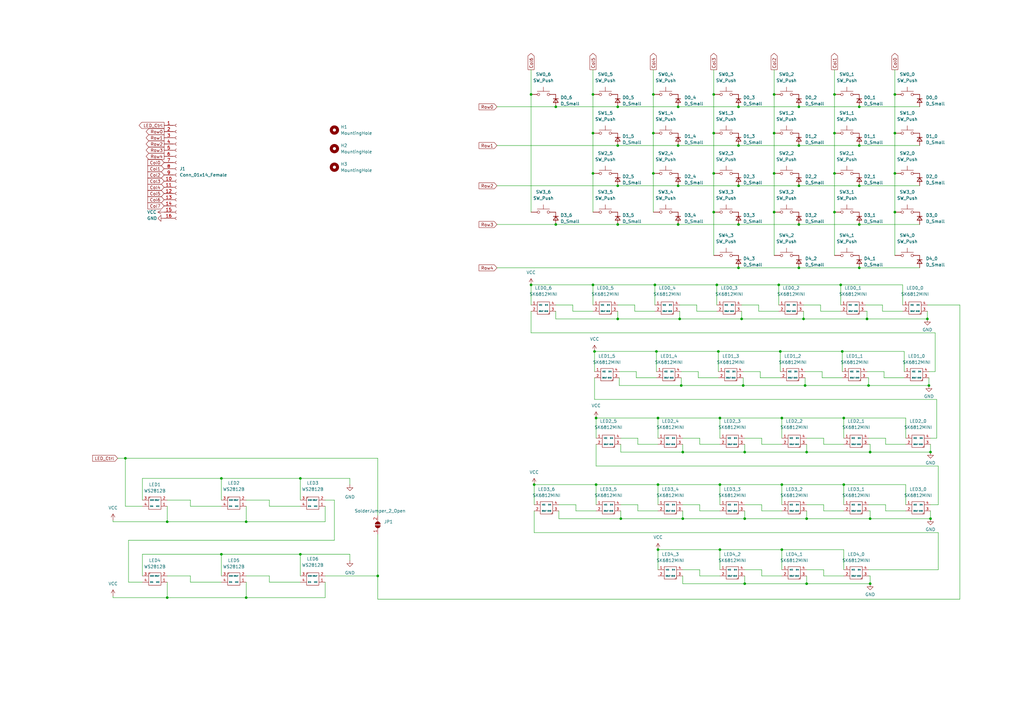
<source format=kicad_sch>
(kicad_sch (version 20231120) (generator "eeschema") (generator_version "8.0")
  (paper "A3")
  (junction (at 304.8 158.115))
  (junction (at 227.965 43.815))
  (junction (at 352.425 92.075))
  (junction (at 356.87 212.725))
  (junction (at 346.075 198.755))
  (junction (at 367.03 86.995))
  (junction (at 100.965 213.995))
  (junction (at 278.765 130.81))
  (junction (at 278.13 76.2))
  (junction (at 295.275 225.425))
  (junction (at 381.635 185.42))
  (junction (at 317.5 54.61))
  (junction (at 253.365 92.075))
  (junction (at 269.875 198.755))
  (junction (at 381 158.115))
  (junction (at 219.075 198.755))
  (junction (at 327.66 76.2))
  (junction (at 342.265 54.61))
  (junction (at 352.425 59.69))
  (junction (at 346.075 171.45))
  (junction (at 292.735 38.735))
  (junction (at 90.805 196.215))
  (junction (at 327.66 43.815))
  (junction (at 253.365 43.815))
  (junction (at 100.965 245.11))
  (junction (at 356.87 239.395))
  (junction (at 278.13 92.075))
  (junction (at 217.805 116.84))
  (junction (at 330.835 212.725))
  (junction (at 342.265 71.12))
  (junction (at 356.235 158.115))
  (junction (at 319.405 116.84))
  (junction (at 123.19 227.33))
  (junction (at 154.94 236.22))
  (junction (at 90.805 227.33))
  (junction (at 342.265 86.995))
  (junction (at 268.605 116.84))
  (junction (at 294.005 116.84))
  (junction (at 381.635 212.725))
  (junction (at 267.97 38.735))
  (junction (at 320.04 144.145))
  (junction (at 355.6 130.81))
  (junction (at 279.4 158.115))
  (junction (at 342.265 38.735))
  (junction (at 295.275 198.755))
  (junction (at 227.965 92.075))
  (junction (at 327.66 59.69))
  (junction (at 345.44 144.145))
  (junction (at 302.895 59.69))
  (junction (at 327.66 92.075))
  (junction (at 278.13 59.69))
  (junction (at 329.565 130.81))
  (junction (at 367.03 54.61))
  (junction (at 320.675 198.755))
  (junction (at 267.97 71.12))
  (junction (at 327.66 109.855))
  (junction (at 51.435 187.96))
  (junction (at 330.835 239.395))
  (junction (at 330.835 185.42))
  (junction (at 243.205 38.735))
  (junction (at 243.205 71.12))
  (junction (at 302.895 43.815))
  (junction (at 253.365 76.2))
  (junction (at 302.895 109.855))
  (junction (at 367.03 71.12))
  (junction (at 243.205 54.61))
  (junction (at 305.435 212.725))
  (junction (at 317.5 86.995))
  (junction (at 356.87 185.42))
  (junction (at 304.165 130.81))
  (junction (at 244.475 171.45))
  (junction (at 317.5 38.735))
  (junction (at 292.735 86.995))
  (junction (at 302.895 76.2))
  (junction (at 305.435 185.42))
  (junction (at 317.5 71.12))
  (junction (at 352.425 76.2))
  (junction (at 295.275 171.45))
  (junction (at 68.58 245.11))
  (junction (at 269.875 171.45))
  (junction (at 254.635 212.725))
  (junction (at 305.435 239.395))
  (junction (at 292.735 54.61))
  (junction (at 123.19 196.215))
  (junction (at 352.425 43.815))
  (junction (at 243.84 144.145))
  (junction (at 267.97 54.61))
  (junction (at 320.675 225.425))
  (junction (at 280.035 185.42))
  (junction (at 217.805 38.735))
  (junction (at 280.035 212.725))
  (junction (at 292.735 71.12))
  (junction (at 344.805 116.84))
  (junction (at 244.475 198.755))
  (junction (at 367.03 38.735))
  (junction (at 269.875 225.425))
  (junction (at 243.205 116.84))
  (junction (at 294.64 144.145))
  (junction (at 380.365 130.81))
  (junction (at 330.2 158.115))
  (junction (at 269.24 144.145))
  (junction (at 320.675 171.45))
  (junction (at 302.895 92.075))
  (junction (at 253.365 59.69))
  (junction (at 253.365 130.81))
  (junction (at 68.58 213.995))
  (junction (at 278.13 43.815))
  (junction (at 352.425 109.855))
  (wire (pts (xy 46.355 244.475) (xy 46.355 245.11)))
  (wire (pts (xy 352.425 92.075) (xy 377.19 92.075)))
  (wire (pts (xy 90.805 227.33) (xy 90.805 236.22)))
  (wire (pts (xy 244.475 191.135) (xy 384.81 191.135)))
  (wire (pts (xy 217.805 116.84) (xy 243.205 116.84)))
  (wire (pts (xy 356.87 236.22) (xy 356.87 239.395)))
  (wire (pts (xy 317.5 54.61) (xy 317.5 71.12)))
  (wire (pts (xy 381.635 209.55) (xy 381.635 212.725)))
  (wire (pts (xy 278.13 59.69) (xy 302.895 59.69)))
  (wire (pts (xy 267.97 28.575) (xy 267.97 38.735)))
  (wire (pts (xy 227.965 127.635) (xy 227.965 130.81)))
  (wire (pts (xy 320.04 154.94) (xy 311.785 154.94)))
  (wire (pts (xy 363.22 209.55) (xy 363.22 207.01)))
  (wire (pts (xy 217.805 28.575) (xy 217.805 38.735)))
  (wire (pts (xy 312.42 182.245) (xy 312.42 179.705)))
  (wire (pts (xy 312.42 209.55) (xy 312.42 207.01)))
  (wire (pts (xy 330.835 212.725) (xy 356.87 212.725)))
  (wire (pts (xy 317.5 71.12) (xy 317.5 86.995)))
  (wire (pts (xy 278.13 92.075) (xy 302.895 92.075)))
  (wire (pts (xy 356.235 182.245) (xy 356.87 182.245)))
  (wire (pts (xy 143.51 227.33) (xy 143.51 229.87)))
  (wire (pts (xy 203.835 43.815) (xy 227.965 43.815)))
  (wire (pts (xy 280.035 236.22) (xy 280.035 239.395)))
  (wire (pts (xy 346.075 198.755) (xy 346.075 207.01)))
  (wire (pts (xy 269.875 171.45) (xy 295.275 171.45)))
  (wire (pts (xy 356.87 209.55) (xy 356.87 212.725)))
  (wire (pts (xy 346.075 209.55) (xy 337.82 209.55)))
  (wire (pts (xy 269.875 209.55) (xy 261.62 209.55)))
  (wire (pts (xy 68.58 238.76) (xy 68.58 245.11)))
  (wire (pts (xy 344.805 116.84) (xy 344.805 125.095)))
  (wire (pts (xy 363.22 207.01) (xy 356.235 207.01)))
  (wire (pts (xy 286.385 152.4) (xy 279.4 152.4)))
  (wire (pts (xy 295.275 198.755) (xy 320.675 198.755)))
  (wire (pts (xy 337.185 152.4) (xy 330.2 152.4)))
  (wire (pts (xy 295.275 225.425) (xy 295.275 233.68)))
  (wire (pts (xy 123.19 196.215) (xy 143.51 196.215)))
  (wire (pts (xy 346.075 182.245) (xy 337.82 182.245)))
  (wire (pts (xy 52.705 221.615) (xy 137.16 221.615)))
  (wire (pts (xy 381.635 179.705) (xy 384.175 179.705)))
  (wire (pts (xy 330.835 182.245) (xy 330.835 185.42)))
  (wire (pts (xy 363.22 179.705) (xy 356.235 179.705)))
  (wire (pts (xy 287.02 209.55) (xy 287.02 207.01)))
  (wire (pts (xy 346.075 171.45) (xy 371.475 171.45)))
  (wire (pts (xy 203.835 76.2) (xy 253.365 76.2)))
  (wire (pts (xy 46.355 213.36) (xy 46.355 213.995)))
  (wire (pts (xy 319.405 127.635) (xy 311.15 127.635)))
  (wire (pts (xy 267.97 38.735) (xy 267.97 54.61)))
  (wire (pts (xy 217.805 125.095) (xy 217.805 116.84)))
  (wire (pts (xy 305.435 212.725) (xy 330.835 212.725)))
  (wire (pts (xy 302.895 76.2) (xy 327.66 76.2)))
  (wire (pts (xy 362.585 152.4) (xy 355.6 152.4)))
  (wire (pts (xy 317.5 86.995) (xy 317.5 104.775)))
  (wire (pts (xy 100.965 238.76) (xy 100.965 245.11)))
  (wire (pts (xy 285.75 125.095) (xy 278.765 125.095)))
  (wire (pts (xy 371.475 171.45) (xy 371.475 179.705)))
  (wire (pts (xy 294.005 127.635) (xy 285.75 127.635)))
  (wire (pts (xy 295.275 225.425) (xy 320.675 225.425)))
  (wire (pts (xy 243.205 71.12) (xy 243.205 86.995)))
  (wire (pts (xy 243.84 152.4) (xy 243.84 144.145)))
  (wire (pts (xy 320.04 144.145) (xy 345.44 144.145)))
  (wire (pts (xy 342.265 86.995) (xy 342.265 104.775)))
  (wire (pts (xy 269.875 198.755) (xy 295.275 198.755)))
  (wire (pts (xy 154.94 236.22) (xy 154.94 245.745)))
  (wire (pts (xy 90.805 196.215) (xy 123.19 196.215)))
  (wire (pts (xy 280.035 209.55) (xy 280.035 212.725)))
  (wire (pts (xy 337.82 207.01) (xy 330.835 207.01)))
  (wire (pts (xy 287.02 233.68) (xy 280.035 233.68)))
  (wire (pts (xy 280.035 239.395) (xy 305.435 239.395)))
  (wire (pts (xy 267.97 71.12) (xy 267.97 86.995)))
  (wire (pts (xy 268.605 116.84) (xy 294.005 116.84)))
  (wire (pts (xy 219.075 218.44) (xy 384.81 218.44)))
  (wire (pts (xy 260.35 127.635) (xy 260.35 125.095)))
  (wire (pts (xy 352.425 59.69) (xy 377.19 59.69)))
  (wire (pts (xy 244.475 209.55) (xy 236.22 209.55)))
  (wire (pts (xy 327.66 59.69) (xy 352.425 59.69)))
  (wire (pts (xy 78.105 236.22) (xy 78.105 238.76)))
  (wire (pts (xy 355.6 130.81) (xy 380.365 130.81)))
  (wire (pts (xy 327.66 76.2) (xy 352.425 76.2)))
  (wire (pts (xy 352.425 43.815) (xy 377.19 43.815)))
  (wire (pts (xy 269.875 225.425) (xy 295.275 225.425)))
  (wire (pts (xy 320.675 225.425) (xy 346.075 225.425)))
  (wire (pts (xy 367.03 86.995) (xy 367.03 104.775)))
  (wire (pts (xy 279.4 154.94) (xy 279.4 158.115)))
  (wire (pts (xy 287.02 179.705) (xy 280.035 179.705)))
  (wire (pts (xy 110.49 205.105) (xy 110.49 207.645)))
  (wire (pts (xy 381.635 207.01) (xy 384.81 207.01)))
  (wire (pts (xy 361.95 127.635) (xy 361.95 125.095)))
  (wire (pts (xy 355.6 127.635) (xy 355.6 130.81)))
  (wire (pts (xy 278.13 43.815) (xy 302.895 43.815)))
  (wire (pts (xy 312.42 233.68) (xy 305.435 233.68)))
  (wire (pts (xy 304.165 130.81) (xy 329.565 130.81)))
  (wire (pts (xy 342.265 54.61) (xy 342.265 71.12)))
  (wire (pts (xy 123.19 227.33) (xy 143.51 227.33)))
  (wire (pts (xy 110.49 207.645) (xy 123.19 207.645)))
  (wire (pts (xy 244.475 198.755) (xy 269.875 198.755)))
  (wire (pts (xy 217.805 136.525) (xy 383.54 136.525)))
  (wire (pts (xy 384.81 207.01) (xy 384.81 191.135)))
  (wire (pts (xy 58.42 196.215) (xy 90.805 196.215)))
  (wire (pts (xy 219.075 207.01) (xy 219.075 198.755)))
  (wire (pts (xy 100.965 245.11) (xy 133.35 245.11)))
  (wire (pts (xy 380.365 125.095) (xy 393.7 125.095)))
  (wire (pts (xy 203.835 109.855) (xy 302.895 109.855)))
  (wire (pts (xy 269.24 144.145) (xy 294.64 144.145)))
  (wire (pts (xy 217.805 127.635) (xy 217.805 136.525)))
  (wire (pts (xy 243.84 163.83) (xy 384.175 163.83)))
  (wire (pts (xy 342.265 28.575) (xy 342.265 38.735)))
  (wire (pts (xy 133.35 236.22) (xy 154.94 236.22)))
  (wire (pts (xy 319.405 116.84) (xy 319.405 125.095)))
  (wire (pts (xy 295.275 209.55) (xy 287.02 209.55)))
  (wire (pts (xy 254.635 209.55) (xy 254.635 212.725)))
  (wire (pts (xy 234.95 125.095) (xy 227.965 125.095)))
  (wire (pts (xy 58.42 227.33) (xy 90.805 227.33)))
  (wire (pts (xy 268.605 127.635) (xy 260.35 127.635)))
  (wire (pts (xy 287.02 236.22) (xy 287.02 233.68)))
  (wire (pts (xy 234.95 127.635) (xy 234.95 125.095)))
  (wire (pts (xy 311.15 127.635) (xy 311.15 125.095)))
  (wire (pts (xy 78.105 205.105) (xy 78.105 207.645)))
  (wire (pts (xy 90.805 227.33) (xy 123.19 227.33)))
  (wire (pts (xy 217.805 38.735) (xy 217.805 86.995)))
  (wire (pts (xy 243.84 144.145) (xy 269.24 144.145)))
  (wire (pts (xy 294.64 144.145) (xy 294.64 152.4)))
  (wire (pts (xy 380.365 127.635) (xy 380.365 130.81)))
  (wire (pts (xy 260.985 152.4) (xy 254 152.4)))
  (wire (pts (xy 327.66 109.855) (xy 352.425 109.855)))
  (wire (pts (xy 346.075 171.45) (xy 346.075 179.705)))
  (wire (pts (xy 352.425 109.855) (xy 377.19 109.855)))
  (wire (pts (xy 243.84 154.94) (xy 243.84 163.83)))
  (wire (pts (xy 320.675 171.45) (xy 320.675 179.705)))
  (wire (pts (xy 383.54 152.4) (xy 381 152.4)))
  (wire (pts (xy 260.35 125.095) (xy 253.365 125.095)))
  (wire (pts (xy 295.275 182.245) (xy 287.02 182.245)))
  (wire (pts (xy 58.42 205.105) (xy 58.42 196.215)))
  (wire (pts (xy 52.705 238.76) (xy 58.42 238.76)))
  (wire (pts (xy 342.265 38.735) (xy 342.265 54.61)))
  (wire (pts (xy 100.965 205.105) (xy 110.49 205.105)))
  (wire (pts (xy 154.94 211.455) (xy 154.94 187.96)))
  (wire (pts (xy 393.7 125.095) (xy 393.7 245.745)))
  (wire (pts (xy 253.365 43.815) (xy 278.13 43.815)))
  (wire (pts (xy 294.64 144.145) (xy 320.04 144.145)))
  (wire (pts (xy 244.475 171.45) (xy 269.875 171.45)))
  (wire (pts (xy 304.8 154.94) (xy 304.8 158.115)))
  (wire (pts (xy 327.66 92.075) (xy 352.425 92.075)))
  (wire (pts (xy 292.735 71.12) (xy 292.735 86.995)))
  (wire (pts (xy 337.82 182.245) (xy 337.82 179.705)))
  (wire (pts (xy 367.03 38.735) (xy 367.03 54.61)))
  (wire (pts (xy 229.235 212.725) (xy 254.635 212.725)))
  (wire (pts (xy 330.2 158.115) (xy 356.235 158.115)))
  (wire (pts (xy 330.835 185.42) (xy 356.87 185.42)))
  (wire (pts (xy 227.965 130.81) (xy 253.365 130.81)))
  (wire (pts (xy 51.435 207.645) (xy 58.42 207.645)))
  (wire (pts (xy 355.6 154.94) (xy 356.235 154.94)))
  (wire (pts (xy 243.205 54.61) (xy 243.205 71.12)))
  (wire (pts (xy 229.235 209.55) (xy 229.235 212.725)))
  (wire (pts (xy 253.365 92.075) (xy 278.13 92.075)))
  (wire (pts (xy 261.62 207.01) (xy 254.635 207.01)))
  (wire (pts (xy 302.895 43.815) (xy 327.66 43.815)))
  (wire (pts (xy 287.02 207.01) (xy 280.035 207.01)))
  (wire (pts (xy 137.16 205.105) (xy 137.16 221.615)))
  (wire (pts (xy 311.15 125.095) (xy 304.165 125.095)))
  (wire (pts (xy 305.435 236.22) (xy 305.435 239.395)))
  (wire (pts (xy 319.405 116.84) (xy 344.805 116.84)))
  (wire (pts (xy 320.675 171.45) (xy 346.075 171.45)))
  (wire (pts (xy 311.785 154.94) (xy 311.785 152.4)))
  (wire (pts (xy 327.66 43.815) (xy 352.425 43.815)))
  (wire (pts (xy 345.44 144.145) (xy 345.44 152.4)))
  (wire (pts (xy 305.435 209.55) (xy 305.435 212.725)))
  (wire (pts (xy 236.22 207.01) (xy 229.235 207.01)))
  (wire (pts (xy 269.24 144.145) (xy 269.24 152.4)))
  (wire (pts (xy 370.84 144.145) (xy 370.84 152.4)))
  (wire (pts (xy 294.005 116.84) (xy 294.005 125.095)))
  (wire (pts (xy 133.35 205.105) (xy 137.16 205.105)))
  (wire (pts (xy 219.075 209.55) (xy 219.075 218.44)))
  (wire (pts (xy 356.235 209.55) (xy 356.87 209.55)))
  (wire (pts (xy 312.42 236.22) (xy 312.42 233.68)))
  (wire (pts (xy 236.22 209.55) (xy 236.22 207.01)))
  (wire (pts (xy 123.19 227.33) (xy 123.19 236.22)))
  (wire (pts (xy 68.58 207.645) (xy 68.58 213.995)))
  (wire (pts (xy 254.635 212.725) (xy 280.035 212.725)))
  (wire (pts (xy 100.965 207.645) (xy 100.965 213.995)))
  (wire (pts (xy 285.75 127.635) (xy 285.75 125.095)))
  (wire (pts (xy 286.385 154.94) (xy 286.385 152.4)))
  (wire (pts (xy 344.805 116.84) (xy 370.205 116.84)))
  (wire (pts (xy 279.4 158.115) (xy 304.8 158.115)))
  (wire (pts (xy 337.82 209.55) (xy 337.82 207.01)))
  (wire (pts (xy 143.51 196.215) (xy 143.51 198.755)))
  (wire (pts (xy 337.82 179.705) (xy 330.835 179.705)))
  (wire (pts (xy 370.205 127.635) (xy 361.95 127.635)))
  (wire (pts (xy 383.54 136.525) (xy 383.54 152.4)))
  (wire (pts (xy 320.04 144.145) (xy 320.04 152.4)))
  (wire (pts (xy 261.62 179.705) (xy 254.635 179.705)))
  (wire (pts (xy 133.35 207.645) (xy 133.35 213.995)))
  (wire (pts (xy 287.02 182.245) (xy 287.02 179.705)))
  (wire (pts (xy 58.42 236.22) (xy 58.42 227.33)))
  (wire (pts (xy 294.64 154.94) (xy 286.385 154.94)))
  (wire (pts (xy 254 154.94) (xy 254 158.115)))
  (wire (pts (xy 384.81 233.68) (xy 384.81 218.44)))
  (wire (pts (xy 329.565 127.635) (xy 329.565 130.81)))
  (wire (pts (xy 261.62 209.55) (xy 261.62 207.01)))
  (wire (pts (xy 363.22 182.245) (xy 363.22 179.705)))
  (wire (pts (xy 269.875 182.245) (xy 261.62 182.245)))
  (wire (pts (xy 346.075 236.22) (xy 337.82 236.22)))
  (wire (pts (xy 329.565 130.81) (xy 355.6 130.81)))
  (wire (pts (xy 253.365 76.2) (xy 278.13 76.2)))
  (wire (pts (xy 243.205 28.575) (xy 243.205 38.735)))
  (wire (pts (xy 154.94 219.075) (xy 154.94 236.22)))
  (wire (pts (xy 330.835 236.22) (xy 330.835 239.395)))
  (wire (pts (xy 336.55 125.095) (xy 329.565 125.095)))
  (wire (pts (xy 304.165 127.635) (xy 304.165 130.81)))
  (wire (pts (xy 110.49 238.76) (xy 123.19 238.76)))
  (wire (pts (xy 346.075 225.425) (xy 346.075 233.68)))
  (wire (pts (xy 305.435 182.245) (xy 305.435 185.42)))
  (wire (pts (xy 295.275 198.755) (xy 295.275 207.01)))
  (wire (pts (xy 254.635 185.42) (xy 280.035 185.42)))
  (wire (pts (xy 227.965 92.075) (xy 253.365 92.075)))
  (wire (pts (xy 320.675 209.55) (xy 312.42 209.55)))
  (wire (pts (xy 320.675 236.22) (xy 312.42 236.22)))
  (wire (pts (xy 317.5 38.735) (xy 317.5 54.61)))
  (wire (pts (xy 384.175 163.83) (xy 384.175 179.705)))
  (wire (pts (xy 330.835 239.395) (xy 356.87 239.395)))
  (wire (pts (xy 311.785 152.4) (xy 304.8 152.4)))
  (wire (pts (xy 320.675 182.245) (xy 312.42 182.245)))
  (wire (pts (xy 48.26 187.96) (xy 51.435 187.96)))
  (wire (pts (xy 267.97 54.61) (xy 267.97 71.12)))
  (wire (pts (xy 268.605 116.84) (xy 268.605 125.095)))
  (wire (pts (xy 302.895 59.69) (xy 327.66 59.69)))
  (wire (pts (xy 330.2 154.94) (xy 330.2 158.115)))
  (wire (pts (xy 243.205 127.635) (xy 234.95 127.635)))
  (wire (pts (xy 292.735 54.61) (xy 292.735 71.12)))
  (wire (pts (xy 346.075 198.755) (xy 371.475 198.755)))
  (wire (pts (xy 330.835 209.55) (xy 330.835 212.725)))
  (wire (pts (xy 68.58 236.22) (xy 78.105 236.22)))
  (wire (pts (xy 381 154.94) (xy 381 158.115)))
  (wire (pts (xy 320.675 198.755) (xy 320.675 207.01)))
  (wire (pts (xy 154.94 187.96) (xy 51.435 187.96)))
  (wire (pts (xy 356.235 236.22) (xy 356.87 236.22)))
  (wire (pts (xy 370.84 154.94) (xy 362.585 154.94)))
  (wire (pts (xy 354.965 127.635) (xy 355.6 127.635)))
  (wire (pts (xy 280.035 212.725) (xy 305.435 212.725)))
  (wire (pts (xy 362.585 154.94) (xy 362.585 152.4)))
  (wire (pts (xy 254.635 182.245) (xy 254.635 185.42)))
  (wire (pts (xy 46.355 245.11) (xy 68.58 245.11)))
  (wire (pts (xy 345.44 154.94) (xy 337.185 154.94)))
  (wire (pts (xy 269.875 198.755) (xy 269.875 207.01)))
  (wire (pts (xy 345.44 144.145) (xy 370.84 144.145)))
  (wire (pts (xy 356.235 154.94) (xy 356.235 158.115)))
  (wire (pts (xy 295.275 236.22) (xy 287.02 236.22)))
  (wire (pts (xy 337.185 154.94) (xy 337.185 152.4)))
  (wire (pts (xy 367.03 28.575) (xy 367.03 38.735)))
  (wire (pts (xy 253.365 130.81) (xy 278.765 130.81)))
  (wire (pts (xy 305.435 239.395) (xy 330.835 239.395)))
  (wire (pts (xy 261.62 182.245) (xy 261.62 179.705)))
  (wire (pts (xy 68.58 205.105) (xy 78.105 205.105)))
  (wire (pts (xy 317.5 28.575) (xy 317.5 38.735)))
  (wire (pts (xy 100.965 236.22) (xy 110.49 236.22)))
  (wire (pts (xy 371.475 182.245) (xy 363.22 182.245)))
  (wire (pts (xy 110.49 236.22) (xy 110.49 238.76)))
  (wire (pts (xy 243.205 116.84) (xy 268.605 116.84)))
  (wire (pts (xy 68.58 213.995) (xy 100.965 213.995)))
  (wire (pts (xy 219.075 198.755) (xy 244.475 198.755)))
  (wire (pts (xy 78.105 238.76) (xy 90.805 238.76)))
  (wire (pts (xy 320.675 225.425) (xy 320.675 233.68)))
  (wire (pts (xy 294.005 116.84) (xy 319.405 116.84)))
  (wire (pts (xy 51.435 187.96) (xy 51.435 207.645)))
  (wire (pts (xy 133.35 238.76) (xy 133.35 245.11)))
  (wire (pts (xy 269.875 171.45) (xy 269.875 179.705)))
  (wire (pts (xy 280.035 182.245) (xy 280.035 185.42)))
  (wire (pts (xy 302.895 92.075) (xy 327.66 92.075)))
  (wire (pts (xy 337.82 236.22) (xy 337.82 233.68)))
  (wire (pts (xy 46.355 213.995) (xy 68.58 213.995)))
  (wire (pts (xy 123.19 196.215) (xy 123.19 205.105)))
  (wire (pts (xy 100.965 213.995) (xy 133.35 213.995)))
  (wire (pts (xy 356.87 212.725) (xy 381.635 212.725)))
  (wire (pts (xy 244.475 207.01) (xy 244.475 198.755)))
  (wire (pts (xy 312.42 179.705) (xy 305.435 179.705)))
  (wire (pts (xy 203.835 92.075) (xy 227.965 92.075)))
  (wire (pts (xy 243.205 38.735) (xy 243.205 54.61)))
  (wire (pts (xy 254 158.115) (xy 279.4 158.115)))
  (wire (pts (xy 352.425 76.2) (xy 377.19 76.2)))
  (wire (pts (xy 344.805 127.635) (xy 336.55 127.635)))
  (wire (pts (xy 295.275 171.45) (xy 295.275 179.705)))
  (wire (pts (xy 371.475 198.755) (xy 371.475 207.01)))
  (wire (pts (xy 244.475 179.705) (xy 244.475 171.45)))
  (wire (pts (xy 292.735 28.575) (xy 292.735 38.735)))
  (wire (pts (xy 244.475 182.245) (xy 244.475 191.135)))
  (wire (pts (xy 370.205 116.84) (xy 370.205 125.095)))
  (wire (pts (xy 243.205 125.095) (xy 243.205 116.84)))
  (wire (pts (xy 278.765 130.81) (xy 304.165 130.81)))
  (wire (pts (xy 336.55 127.635) (xy 336.55 125.095)))
  (wire (pts (xy 356.87 182.245) (xy 356.87 185.42)))
  (wire (pts (xy 337.82 233.68) (xy 330.835 233.68)))
  (wire (pts (xy 356.235 158.115) (xy 381 158.115)))
  (wire (pts (xy 278.13 76.2) (xy 302.895 76.2)))
  (wire (pts (xy 68.58 245.11) (xy 100.965 245.11)))
  (wire (pts (xy 371.475 209.55) (xy 363.22 209.55)))
  (wire (pts (xy 320.675 198.755) (xy 346.075 198.755)))
  (wire (pts (xy 292.735 38.735) (xy 292.735 54.61)))
  (wire (pts (xy 367.03 71.12) (xy 367.03 86.995)))
  (wire (pts (xy 292.735 86.995) (xy 292.735 104.775)))
  (wire (pts (xy 78.105 207.645) (xy 90.805 207.645)))
  (wire (pts (xy 227.965 43.815) (xy 253.365 43.815)))
  (wire (pts (xy 302.895 109.855) (xy 327.66 109.855)))
  (wire (pts (xy 260.985 154.94) (xy 260.985 152.4)))
  (wire (pts (xy 312.42 207.01) (xy 305.435 207.01)))
  (wire (pts (xy 381.635 182.245) (xy 381.635 185.42)))
  (wire (pts (xy 253.365 127.635) (xy 253.365 130.81)))
  (wire (pts (xy 52.705 221.615) (xy 52.705 238.76)))
  (wire (pts (xy 280.035 185.42) (xy 305.435 185.42)))
  (wire (pts (xy 154.94 245.745) (xy 393.7 245.745)))
  (wire (pts (xy 356.235 233.68) (xy 384.81 233.68)))
  (wire (pts (xy 253.365 59.69) (xy 278.13 59.69)))
  (wire (pts (xy 278.765 127.635) (xy 278.765 130.81)))
  (wire (pts (xy 361.95 125.095) (xy 354.965 125.095)))
  (wire (pts (xy 367.03 54.61) (xy 367.03 71.12)))
  (wire (pts (xy 203.835 59.69) (xy 253.365 59.69)))
  (wire (pts (xy 342.265 71.12) (xy 342.265 86.995)))
  (wire (pts (xy 304.8 158.115) (xy 330.2 158.115)))
  (wire (pts (xy 269.875 225.425) (xy 269.875 233.68)))
  (wire (pts (xy 295.275 171.45) (xy 320.675 171.45)))
  (wire (pts (xy 305.435 185.42) (xy 330.835 185.42)))
  (wire (pts (xy 356.87 185.42) (xy 381.635 185.42)))
  (wire (pts (xy 90.805 196.215) (xy 90.805 205.105)))
  (wire (pts (xy 269.24 154.94) (xy 260.985 154.94)))
  (global_label "Row3" (shape output) (at 67.31 61.595 180) (property "Intersheetrefs" "${INTERSHEET_REFS}" (effects (hide yes))))
  (global_label "Col0" (shape output) (at 367.03 28.575 90) (property "Intersheetrefs" "${INTERSHEET_REFS}" (effects (hide yes))))
  (global_label "Row0" (shape output) (at 67.31 53.975 180) (property "Intersheetrefs" "${INTERSHEET_REFS}" (effects (hide yes))))
  (global_label "Col4" (shape input) (at 67.31 76.835 180) (property "Intersheetrefs" "${INTERSHEET_REFS}" (effects (hide yes))))
  (global_label "Col1" (shape input) (at 67.31 69.215 180) (property "Intersheetrefs" "${INTERSHEET_REFS}" (effects (hide yes))))
  (global_label "Col7" (shape input) (at 67.31 84.455 180) (property "Intersheetrefs" "${INTERSHEET_REFS}" (effects (hide yes))))
  (global_label "Row4" (shape output) (at 67.31 64.135 180) (property "Intersheetrefs" "${INTERSHEET_REFS}" (effects (hide yes))))
  (global_label "LED_Ctrl" (shape input) (at 48.26 187.96 180) (property "Intersheetrefs" "${INTERSHEET_REFS}" (effects (hide yes))))
  (global_label "Col2" (shape input) (at 67.31 71.755 180) (property "Intersheetrefs" "${INTERSHEET_REFS}" (effects (hide yes))))
  (global_label "Row0" (shape input) (at 203.835 43.815 180) (property "Intersheetrefs" "${INTERSHEET_REFS}" (effects (hide yes))))
  (global_label "Row1" (shape input) (at 203.835 59.69 180) (property "Intersheetrefs" "${INTERSHEET_REFS}" (effects (hide yes))))
  (global_label "Row4" (shape input) (at 203.835 109.855 180) (property "Intersheetrefs" "${INTERSHEET_REFS}" (effects (hide yes))))
  (global_label "Col2" (shape output) (at 317.5 28.575 90) (property "Intersheetrefs" "${INTERSHEET_REFS}" (effects (hide yes))))
  (global_label "Row1" (shape output) (at 67.31 56.515 180) (property "Intersheetrefs" "${INTERSHEET_REFS}" (effects (hide yes))))
  (global_label "Col6" (shape input) (at 67.31 81.915 180) (property "Intersheetrefs" "${INTERSHEET_REFS}" (effects (hide yes))))
  (global_label "Row2" (shape output) (at 67.31 59.055 180) (property "Intersheetrefs" "${INTERSHEET_REFS}" (effects (hide yes))))
  (global_label "Row3" (shape input) (at 203.835 92.075 180) (property "Intersheetrefs" "${INTERSHEET_REFS}" (effects (hide yes))))
  (global_label "Col3" (shape input) (at 67.31 74.295 180) (property "Intersheetrefs" "${INTERSHEET_REFS}" (effects (hide yes))))
  (global_label "Col5" (shape output) (at 243.205 28.575 90) (property "Intersheetrefs" "${INTERSHEET_REFS}" (effects (hide yes))))
  (global_label "Row2" (shape input) (at 203.835 76.2 180) (property "Intersheetrefs" "${INTERSHEET_REFS}" (effects (hide yes))))
  (global_label "Col5" (shape input) (at 67.31 79.375 180) (property "Intersheetrefs" "${INTERSHEET_REFS}" (effects (hide yes))))
  (global_label "LED_Ctrl" (shape output) (at 67.31 51.435 180) (property "Intersheetrefs" "${INTERSHEET_REFS}" (effects (hide yes))))
  (global_label "Col3" (shape output) (at 292.735 28.575 90) (property "Intersheetrefs" "${INTERSHEET_REFS}" (effects (hide yes))))
  (global_label "Col6" (shape output) (at 217.805 28.575 90) (property "Intersheetrefs" "${INTERSHEET_REFS}" (effects (hide yes))))
  (global_label "Col4" (shape output) (at 267.97 28.575 90) (property "Intersheetrefs" "${INTERSHEET_REFS}" (effects (hide yes))))
  (global_label "Col0" (shape input) (at 67.31 66.675 180) (property "Intersheetrefs" "${INTERSHEET_REFS}" (effects (hide yes))))
  (global_label "Col1" (shape output) (at 342.265 28.575 90) (property "Intersheetrefs" "${INTERSHEET_REFS}" (effects (hide yes))))
  (symbol (lib_id "Keyboard_Components:RGB_LED") (at 224.155 208.28 180) (unit 1)
    (property "Reference" "LED3_6" (at 224.155 200.66 0))
    (property "Value" "SK6812MINI" (at 224.155 203.2 0))
    (property "Footprint" "Keyboard_Components:SK6812MiniE_MX_Addon_singlesided" (effects (hide yes)))
    (property "Datasheet" "https://cdn-shop.adafruit.com/product-files/2686/SK6812MINI_REV.01-1-2.pdf" (effects (hide yes)))
  )
  (symbol (lib_id "Mechanical:MountingHole") (at 137.16 68.58 0) (unit 1)
    (property "Reference" "H3" (at 139.7 67.3099 0) (effects (justify left)))
    (property "Value" "MountingHole" (at 139.7 69.8499 0) (effects (justify left)))
    (property "Footprint" "MountingHole:MountingHole_2.2mm_M2" (effects (hide yes)))
  )
  (symbol (lib_id "Switch:SW_Push") (at 273.05 71.12 0) (unit 1)
    (property "Reference" "SW2_4" (at 273.05 62.865 0))
    (property "Value" "SW_Push" (at 273.05 65.405 0))
    (property "Footprint" "Switch_Footprints:MX_lss_100U" (effects (hide yes)))
  )
  (symbol (lib_id "Switch:SW_Push") (at 297.815 71.12 0) (unit 1)
    (property "Reference" "SW2_3" (at 297.815 62.865 0))
    (property "Value" "SW_Push" (at 297.815 65.405 0))
    (property "Footprint" "Switch_Footprints:MX_lss_100U" (effects (hide yes)))
  )
  (symbol (lib_id "Device:D_Small") (at 352.425 107.315 270) (unit 1)
    (property "Reference" "D4_1" (at 354.33 106.0449 90) (effects (justify left)))
    (property "Value" "D_Small" (at 354.33 108.5849 90) (effects (justify left)))
    (property "Footprint" "Keyboard_Components:Diode_SMD_Round_Pads" (effects (hide yes)))
  )
  (symbol (lib_id "Keyboard_Components:RGB_LED") (at 300.355 180.975 180) (unit 1)
    (property "Reference" "LED2_3" (at 300.355 172.72 0))
    (property "Value" "SK6812MINI" (at 300.355 175.26 0))
    (property "Footprint" "Keyboard_Components:SK6812MiniE_MX_Addon_singlesided" (effects (hide yes)))
    (property "Datasheet" "https://cdn-shop.adafruit.com/product-files/2686/SK6812MINI_REV.01-1-2.pdf" (effects (hide yes)))
  )
  (symbol (lib_id "Keyboard_Components:RGB_LED") (at 95.885 206.375 0) (unit 1)
    (property "Reference" "LED2" (at 95.885 198.12 0))
    (property "Value" "WS2812B" (at 95.885 200.66 0))
    (property "Footprint" "Keyboard_Components:WS2812B" (effects (hide yes)))
    (property "Datasheet" "https://cdn-shop.adafruit.com/datasheets/WS2812B.pdf" (effects (hide yes)))
  )
  (symbol (lib_id "Keyboard_Components:RGB_LED") (at 324.485 126.365 180) (unit 1)
    (property "Reference" "LED0_2" (at 324.485 118.11 0))
    (property "Value" "SK6812MINI" (at 324.485 120.65 0))
    (property "Footprint" "Keyboard_Components:SK6812MiniE_MX_Addon_singlesided" (effects (hide yes)))
    (property "Datasheet" "https://cdn-shop.adafruit.com/product-files/2686/SK6812MINI_REV.01-1-2.pdf" (effects (hide yes)))
  )
  (symbol (lib_id "power:VCC") (at 46.355 244.475 0) (unit 1)
    (property "Reference" "#PWR012" (effects (hide yes)))
    (property "Value" "VCC" (at 46.355 239.395 0))
  )
  (symbol (lib_id "Switch:SW_Push") (at 322.58 38.735 0) (unit 1)
    (property "Reference" "SW0_2" (at 322.58 30.48 0))
    (property "Value" "SW_Push" (at 322.58 33.02 0))
    (property "Footprint" "Switch_Footprints:MX_lss_100U" (effects (hide yes)))
  )
  (symbol (lib_id "Keyboard_Components:RGB_LED") (at 63.5 237.49 0) (unit 1)
    (property "Reference" "LED4" (at 63.5 229.87 0))
    (property "Value" "WS2812B" (at 63.5 232.41 0))
    (property "Footprint" "Keyboard_Components:WS2812B" (effects (hide yes)))
    (property "Datasheet" "https://cdn-shop.adafruit.com/datasheets/WS2812B.pdf" (effects (hide yes)))
  )
  (symbol (lib_id "Switch:SW_Push") (at 322.58 86.995 0) (unit 1)
    (property "Reference" "SW3_2" (at 322.58 78.74 0))
    (property "Value" "SW_Push" (at 322.58 81.28 0))
    (property "Footprint" "Switch_Footprints:MX_lss_100U" (effects (hide yes)))
  )
  (symbol (lib_id "Switch:SW_Push") (at 347.345 54.61 0) (unit 1)
    (property "Reference" "SW1_1" (at 347.345 46.355 0))
    (property "Value" "SW_Push" (at 347.345 48.895 0))
    (property "Footprint" "Switch_Footprints:MX_lss_100U" (effects (hide yes)))
  )
  (symbol (lib_id "Device:D_Small") (at 302.895 73.66 270) (unit 1)
    (property "Reference" "D2_3" (at 304.8 72.3899 90) (effects (justify left)))
    (property "Value" "D_Small" (at 304.8 74.9299 90) (effects (justify left)))
    (property "Footprint" "Keyboard_Components:Diode_SMD_Round_Pads" (effects (hide yes)))
  )
  (symbol (lib_id "power:VCC") (at 217.805 116.84 0) (unit 1)
    (property "Reference" "#PWR01" (effects (hide yes)))
    (property "Value" "VCC" (at 217.805 111.76 0))
  )
  (symbol (lib_id "power:GND") (at 381.635 185.42 0) (unit 1)
    (property "Reference" "#PWR09" (effects (hide yes)))
    (property "Value" "GND" (at 381.635 189.865 0))
  )
  (symbol (lib_id "Keyboard_Components:RGB_LED") (at 376.555 180.975 180) (unit 1)
    (property "Reference" "LED2_0" (at 376.555 172.72 0))
    (property "Value" "SK6812MINI" (at 376.555 175.26 0))
    (property "Footprint" "Keyboard_Components:SK6812MiniE_MX_Addon_singlesided" (effects (hide yes)))
    (property "Datasheet" "https://cdn-shop.adafruit.com/product-files/2686/SK6812MINI_REV.01-1-2.pdf" (effects (hide yes)))
  )
  (symbol (lib_id "Device:D_Small") (at 302.895 57.15 270) (unit 1)
    (property "Reference" "D1_3" (at 304.8 55.8799 90) (effects (justify left)))
    (property "Value" "D_Small" (at 304.8 58.4199 90) (effects (justify left)))
    (property "Footprint" "Keyboard_Components:Diode_SMD_Round_Pads" (effects (hide yes)))
  )
  (symbol (lib_id "Switch:SW_Push") (at 322.58 104.775 0) (unit 1)
    (property "Reference" "SW4_2" (at 322.58 96.52 0))
    (property "Value" "SW_Push" (at 322.58 99.06 0))
    (property "Footprint" "Switch_Footprints:MX_lss_125U" (effects (hide yes)))
  )
  (symbol (lib_id "Switch:SW_Push") (at 372.11 71.12 0) (unit 1)
    (property "Reference" "SW2_0" (at 372.11 62.865 0))
    (property "Value" "SW_Push" (at 372.11 65.405 0))
    (property "Footprint" "Switch_Footprints:MX_lss_175U" (effects (hide yes)))
  )
  (symbol (lib_id "Keyboard_Components:RGB_LED") (at 128.27 206.375 0) (unit 1)
    (property "Reference" "LED3" (at 128.27 198.12 0))
    (property "Value" "WS2812B" (at 128.27 200.66 0))
    (property "Footprint" "Keyboard_Components:WS2812B" (effects (hide yes)))
    (property "Datasheet" "https://cdn-shop.adafruit.com/datasheets/WS2812B.pdf" (effects (hide yes)))
  )
  (symbol (lib_id "Keyboard_Components:RGB_LED") (at 376.555 208.28 180) (unit 1)
    (property "Reference" "LED3_0" (at 376.555 200.66 0))
    (property "Value" "SK6812MINI" (at 376.555 203.2 0))
    (property "Footprint" "Keyboard_Components:SK6812MiniE_MX_Addon_singlesided" (effects (hide yes)))
    (property "Datasheet" "https://cdn-shop.adafruit.com/product-files/2686/SK6812MINI_REV.01-1-2.pdf" (effects (hide yes)))
  )
  (symbol (lib_id "Keyboard_Components:RGB_LED") (at 300.355 208.28 180) (unit 1)
    (property "Reference" "LED3_3" (at 300.355 200.66 0))
    (property "Value" "SK6812MINI" (at 300.355 203.2 0))
    (property "Footprint" "Keyboard_Components:SK6812MiniE_MX_Addon_singlesided" (effects (hide yes)))
    (property "Datasheet" "https://cdn-shop.adafruit.com/product-files/2686/SK6812MINI_REV.01-1-2.pdf" (effects (hide yes)))
  )
  (symbol (lib_id "Keyboard_Components:RGB_LED") (at 95.885 237.49 0) (unit 1)
    (property "Reference" "LED5" (at 95.885 229.87 0))
    (property "Value" "WS2812B" (at 95.885 232.41 0))
    (property "Footprint" "Keyboard_Components:WS2812B" (effects (hide yes)))
    (property "Datasheet" "https://cdn-shop.adafruit.com/datasheets/WS2812B.pdf" (effects (hide yes)))
  )
  (symbol (lib_id "Keyboard_Components:RGB_LED") (at 299.085 126.365 180) (unit 1)
    (property "Reference" "LED0_3" (at 299.085 118.11 0))
    (property "Value" "SK6812MINI" (at 299.085 120.65 0))
    (property "Footprint" "Keyboard_Components:SK6812MiniE_MX_Addon_singlesided" (effects (hide yes)))
    (property "Datasheet" "https://cdn-shop.adafruit.com/product-files/2686/SK6812MINI_REV.01-1-2.pdf" (effects (hide yes)))
  )
  (symbol (lib_id "Switch:SW_Push") (at 347.345 71.12 0) (unit 1)
    (property "Reference" "SW2_1" (at 347.345 62.865 0))
    (property "Value" "SW_Push" (at 347.345 65.405 0))
    (property "Footprint" "Switch_Footprints:MX_lss_100U" (effects (hide yes)))
  )
  (symbol (lib_id "Keyboard_Components:RGB_LED") (at 249.555 180.975 180) (unit 1)
    (property "Reference" "LED2_5" (at 249.555 172.72 0))
    (property "Value" "SK6812MINI" (at 249.555 175.26 0))
    (property "Footprint" "Keyboard_Components:SK6812MiniE_MX_Addon_singlesided" (effects (hide yes)))
    (property "Datasheet" "https://cdn-shop.adafruit.com/product-files/2686/SK6812MINI_REV.01-1-2.pdf" (effects (hide yes)))
  )
  (symbol (lib_id "Switch:SW_Push") (at 248.285 71.12 0) (unit 1)
    (property "Reference" "SW2_5" (at 248.285 62.865 0))
    (property "Value" "SW_Push" (at 248.285 65.405 0))
    (property "Footprint" "Switch_Footprints:MX_lss_100U" (effects (hide yes)))
  )
  (symbol (lib_id "Switch:SW_Push") (at 347.345 86.995 0) (unit 1)
    (property "Reference" "SW3_1" (at 347.345 78.74 0))
    (property "Value" "SW_Push" (at 347.345 81.28 0))
    (property "Footprint" "Switch_Footprints:MX_lss_100U" (effects (hide yes)))
  )
  (symbol (lib_id "Device:D_Small") (at 253.365 73.66 270) (unit 1)
    (property "Reference" "D2_5" (at 255.27 72.3899 90) (effects (justify left)))
    (property "Value" "D_Small" (at 255.27 74.9299 90) (effects (justify left)))
    (property "Footprint" "Keyboard_Components:Diode_SMD_Round_Pads" (effects (hide yes)))
  )
  (symbol (lib_id "Keyboard_Components:RGB_LED") (at 325.755 180.975 180) (unit 1)
    (property "Reference" "LED2_2" (at 325.755 172.72 0))
    (property "Value" "SK6812MINI" (at 325.755 175.26 0))
    (property "Footprint" "Keyboard_Components:SK6812MiniE_MX_Addon_singlesided" (effects (hide yes)))
    (property "Datasheet" "https://cdn-shop.adafruit.com/product-files/2686/SK6812MINI_REV.01-1-2.pdf" (effects (hide yes)))
  )
  (symbol (lib_id "Switch:SW_Push") (at 322.58 71.12 0) (unit 1)
    (property "Reference" "SW2_2" (at 322.58 62.865 0))
    (property "Value" "SW_Push" (at 322.58 65.405 0))
    (property "Footprint" "Switch_Footprints:MX_lss_100U" (effects (hide yes)))
  )
  (symbol (lib_id "Keyboard_Components:RGB_LED") (at 248.92 153.67 180) (unit 1)
    (property "Reference" "LED1_5" (at 248.92 146.05 0))
    (property "Value" "SK6812MINI" (at 248.92 148.59 0))
    (property "Footprint" "Keyboard_Components:SK6812MiniE_MX_Addon_singlesided" (effects (hide yes)))
    (property "Datasheet" "https://cdn-shop.adafruit.com/product-files/2686/SK6812MINI_REV.01-1-2.pdf" (effects (hide yes)))
  )
  (symbol (lib_id "Device:D_Small") (at 377.19 89.535 270) (unit 1)
    (property "Reference" "D3_0" (at 379.73 88.2649 90) (effects (justify left)))
    (property "Value" "D_Small" (at 379.73 90.8049 90) (effects (justify left)))
    (property "Footprint" "Keyboard_Components:Diode_SMD_Round_Pads" (effects (hide yes)))
  )
  (symbol (lib_id "Keyboard_Components:RGB_LED") (at 274.955 234.95 180) (unit 1)
    (property "Reference" "LED4_3" (at 274.955 227.33 0))
    (property "Value" "SK6812MINI" (at 274.955 229.87 0))
    (property "Footprint" "Keyboard_Components:SK6812MiniE_MX_Addon_singlesided" (effects (hide yes)))
    (property "Datasheet" "https://cdn-shop.adafruit.com/product-files/2686/SK6812MINI_REV.01-1-2.pdf" (effects (hide yes)))
  )
  (symbol (lib_id "Keyboard_Components:RGB_LED") (at 350.52 153.67 180) (unit 1)
    (property "Reference" "LED1_1" (at 350.52 146.05 0))
    (property "Value" "SK6812MINI" (at 350.52 148.59 0))
    (property "Footprint" "Keyboard_Components:SK6812MiniE_MX_Addon_singlesided" (effects (hide yes)))
    (property "Datasheet" "https://cdn-shop.adafruit.com/product-files/2686/SK6812MINI_REV.01-1-2.pdf" (effects (hide yes)))
  )
  (symbol (lib_id "Device:D_Small") (at 302.895 107.315 270) (unit 1)
    (property "Reference" "D4_3" (at 304.8 106.0449 90) (effects (justify left)))
    (property "Value" "D_Small" (at 304.8 108.5849 90) (effects (justify left)))
    (property "Footprint" "Keyboard_Components:Diode_SMD_Round_Pads" (effects (hide yes)))
  )
  (symbol (lib_id "Jumper:SolderJumper_2_Open") (at 154.94 215.265 90) (unit 1)
    (property "Reference" "JP1" (at 157.48 213.9949 90) (effects (justify right)))
    (property "Value" "SolderJumper_2_Open" (at 145.415 209.55 90) (effects (justify right)))
    (property "Footprint" "Jumper:SolderJumper-2_P1.3mm_Open_RoundedPad1.0x1.5mm" (effects (hide yes)))
  )
  (symbol (lib_id "Device:D_Small") (at 278.13 41.275 270) (unit 1)
    (property "Reference" "D0_4" (at 280.67 40.0049 90) (effects (justify left)))
    (property "Value" "D_Small" (at 280.67 42.5449 90) (effects (justify left)))
    (property "Footprint" "Keyboard_Components:Diode_SMD_Round_Pads" (effects (hide yes)))
  )
  (symbol (lib_id "Keyboard_Components:RGB_LED") (at 273.685 126.365 180) (unit 1)
    (property "Reference" "LED0_4" (at 273.685 118.11 0))
    (property "Value" "SK6812MINI" (at 273.685 120.65 0))
    (property "Footprint" "Keyboard_Components:SK6812MiniE_MX_Addon_singlesided" (effects (hide yes)))
    (property "Datasheet" "https://cdn-shop.adafruit.com/product-files/2686/SK6812MINI_REV.01-1-2.pdf" (effects (hide yes)))
  )
  (symbol (lib_id "Device:D_Small") (at 327.66 41.275 270) (unit 1)
    (property "Reference" "D0_2" (at 330.2 40.0049 90) (effects (justify left)))
    (property "Value" "D_Small" (at 330.2 42.5449 90) (effects (justify left)))
    (property "Footprint" "Keyboard_Components:Diode_SMD_Round_Pads" (effects (hide yes)))
  )
  (symbol (lib_id "Switch:SW_Push") (at 273.05 54.61 0) (unit 1)
    (property "Reference" "SW1_4" (at 273.05 46.355 0))
    (property "Value" "SW_Push" (at 273.05 48.895 0))
    (property "Footprint" "Switch_Footprints:MX_lss_100U" (effects (hide yes)))
  )
  (symbol (lib_id "Keyboard_Components:RGB_LED") (at 248.285 126.365 180) (unit 1)
    (property "Reference" "LED0_5" (at 248.285 118.11 0))
    (property "Value" "SK6812MINI" (at 248.285 120.65 0))
    (property "Footprint" "Keyboard_Components:SK6812MiniE_MX_Addon_singlesided" (effects (hide yes)))
    (property "Datasheet" "https://cdn-shop.adafruit.com/product-files/2686/SK6812MINI_REV.01-1-2.pdf" (effects (hide yes)))
  )
  (symbol (lib_id "power:GND") (at 143.51 229.87 0) (unit 1)
    (property "Reference" "#PWR014" (effects (hide yes)))
    (property "Value" "GND" (at 143.51 234.95 0))
  )
  (symbol (lib_id "Keyboard_Components:RGB_LED") (at 222.885 126.365 180) (unit 1)
    (property "Reference" "LED0_6" (at 222.885 118.11 0))
    (property "Value" "SK6812MINI" (at 222.885 120.65 0))
    (property "Footprint" "Keyboard_Components:SK6812MiniE_MX_Addon_singlesided" (effects (hide yes)))
    (property "Datasheet" "https://cdn-shop.adafruit.com/product-files/2686/SK6812MINI_REV.01-1-2.pdf" (effects (hide yes)))
  )
  (symbol (lib_id "Keyboard_Components:RGB_LED") (at 351.155 208.28 180) (unit 1)
    (property "Reference" "LED3_1" (at 351.155 200.66 0))
    (property "Value" "SK6812MINI" (at 351.155 203.2 0))
    (property "Footprint" "Keyboard_Components:SK6812MiniE_MX_Addon_singlesided" (effects (hide yes)))
    (property "Datasheet" "https://cdn-shop.adafruit.com/product-files/2686/SK6812MINI_REV.01-1-2.pdf" (effects (hide yes)))
  )
  (symbol (lib_id "power:GND") (at 356.87 239.395 0) (unit 1)
    (property "Reference" "#PWR06" (effects (hide yes)))
    (property "Value" "GND" (at 356.87 243.84 0))
  )
  (symbol (lib_id "Device:D_Small") (at 278.13 89.535 270) (unit 1)
    (property "Reference" "D3_4" (at 280.67 88.2649 90) (effects (justify left)))
    (property "Value" "D_Small" (at 280.67 90.8049 90) (effects (justify left)))
    (property "Footprint" "Keyboard_Components:Diode_SMD_Round_Pads" (effects (hide yes)))
  )
  (symbol (lib_id "Switch:SW_Push") (at 297.815 86.995 0) (unit 1)
    (property "Reference" "SW3_3" (at 297.815 78.74 0))
    (property "Value" "SW_Push" (at 297.815 81.28 0))
    (property "Footprint" "Switch_Footprints:MX_lss_100U" (effects (hide yes)))
  )
  (symbol (lib_id "power:VCC") (at 219.075 198.755 0) (unit 1)
    (property "Reference" "#PWR04" (effects (hide yes)))
    (property "Value" "VCC" (at 219.075 193.675 0))
  )
  (symbol (lib_id "Mechanical:MountingHole") (at 137.16 53.34 0) (unit 1)
    (property "Reference" "H1" (at 139.7 52.0699 0) (effects (justify left)))
    (property "Value" "MountingHole" (at 139.7 54.6099 0) (effects (justify left)))
    (property "Footprint" "MountingHole:MountingHole_2.2mm_M2" (effects (hide yes)))
  )
  (symbol (lib_id "Keyboard_Components:RGB_LED") (at 325.755 208.28 180) (unit 1)
    (property "Reference" "LED3_2" (at 325.755 200.66 0))
    (property "Value" "SK6812MINI" (at 325.755 203.2 0))
    (property "Footprint" "Keyboard_Components:SK6812MiniE_MX_Addon_singlesided" (effects (hide yes)))
    (property "Datasheet" "https://cdn-shop.adafruit.com/product-files/2686/SK6812MINI_REV.01-1-2.pdf" (effects (hide yes)))
  )
  (symbol (lib_id "Connector:Conn_01x16_Female") (at 72.39 69.215 0) (unit 1)
    (property "Reference" "J1" (at 73.66 69.2149 0) (effects (justify left)))
    (property "Value" "Conn_01x14_Female" (at 73.66 71.7549 0) (effects (justify left)))
    (property "Footprint" "Connector_PinHeader_2.54mm:PinHeader_1x16_P2.54mm_Vertical" (effects (hide yes)))
  )
  (symbol (lib_id "Switch:SW_Push") (at 347.345 38.735 0) (unit 1)
    (property "Reference" "SW0_1" (at 347.345 30.48 0))
    (property "Value" "SW_Push" (at 347.345 33.02 0))
    (property "Footprint" "Switch_Footprints:MX_lss_100U" (effects (hide yes)))
  )
  (symbol (lib_id "Device:D_Small") (at 377.19 41.275 270) (unit 1)
    (property "Reference" "D0_0" (at 379.73 40.0049 90) (effects (justify left)))
    (property "Value" "D_Small" (at 379.73 42.5449 90) (effects (justify left)))
    (property "Footprint" "Keyboard_Components:Diode_SMD_Round_Pads" (effects (hide yes)))
  )
  (symbol (lib_id "Mechanical:MountingHole") (at 137.16 60.96 0) (unit 1)
    (property "Reference" "H2" (at 139.7 59.6899 0) (effects (justify left)))
    (property "Value" "MountingHole" (at 139.7 62.2299 0) (effects (justify left)))
    (property "Footprint" "MountingHole:MountingHole_2.2mm_M2" (effects (hide yes)))
  )
  (symbol (lib_id "Device:D_Small") (at 327.66 73.66 270) (unit 1)
    (property "Reference" "D2_2" (at 330.2 72.3899 90) (effects (justify left)))
    (property "Value" "D_Small" (at 330.2 74.9299 90) (effects (justify left)))
    (property "Footprint" "Keyboard_Components:Diode_SMD_Round_Pads" (effects (hide yes)))
  )
  (symbol (lib_id "power:VCC") (at 46.355 213.36 0) (unit 1)
    (property "Reference" "#PWR011" (effects (hide yes)))
    (property "Value" "VCC" (at 46.355 208.28 0))
  )
  (symbol (lib_id "Switch:SW_Push") (at 297.815 104.775 0) (unit 1)
    (property "Reference" "SW4_3" (at 297.815 96.52 0))
    (property "Value" "SW_Push" (at 297.815 99.06 0))
    (property "Footprint" "Switch_Footprints:MX_lss_275U_StWN" (effects (hide yes)))
  )
  (symbol (lib_id "Keyboard_Components:RGB_LED") (at 299.72 153.67 180) (unit 1)
    (property "Reference" "LED1_3" (at 299.72 146.05 0))
    (property "Value" "SK6812MINI" (at 299.72 148.59 0))
    (property "Footprint" "Keyboard_Components:SK6812MiniE_MX_Addon_singlesided" (effects (hide yes)))
    (property "Datasheet" "https://cdn-shop.adafruit.com/product-files/2686/SK6812MINI_REV.01-1-2.pdf" (effects (hide yes)))
  )
  (symbol (lib_id "Device:D_Small") (at 352.425 57.15 270) (unit 1)
    (property "Reference" "D1_1" (at 354.33 55.8799 90) (effects (justify left)))
    (property "Value" "D_Small" (at 354.33 58.4199 90) (effects (justify left)))
    (property "Footprint" "Keyboard_Components:Diode_SMD_Round_Pads" (effects (hide yes)))
  )
  (symbol (lib_id "Device:D_Small") (at 227.965 41.275 270) (unit 1)
    (property "Reference" "D0_6" (at 229.87 40.0049 90) (effects (justify left)))
    (property "Value" "D_Small" (at 229.87 42.5449 90) (effects (justify left)))
    (property "Footprint" "Keyboard_Components:Diode_SMD_Round_Pads" (effects (hide yes)))
  )
  (symbol (lib_id "Device:D_Small") (at 278.13 73.66 270) (unit 1)
    (property "Reference" "D2_4" (at 280.67 72.3899 90) (effects (justify left)))
    (property "Value" "D_Small" (at 280.67 74.9299 90) (effects (justify left)))
    (property "Footprint" "Keyboard_Components:Diode_SMD_Round_Pads" (effects (hide yes)))
  )
  (symbol (lib_id "Switch:SW_Push") (at 222.885 38.735 0) (unit 1)
    (property "Reference" "SW0_6" (at 222.885 30.48 0))
    (property "Value" "SW_Push" (at 222.885 33.02 0))
    (property "Footprint" "Switch_Footprints:MX_lss_100U" (effects (hide yes)))
  )
  (symbol (lib_id "Keyboard_Components:RGB_LED") (at 325.755 234.95 180) (unit 1)
    (property "Reference" "LED4_1" (at 325.755 227.33 0))
    (property "Value" "SK6812MINI" (at 325.755 229.87 0))
    (property "Footprint" "Keyboard_Components:SK6812MiniE_MX_Addon_singlesided" (effects (hide yes)))
    (property "Datasheet" "https://cdn-shop.adafruit.com/product-files/2686/SK6812MINI_REV.01-1-2.pdf" (effects (hide yes)))
  )
  (symbol (lib_id "Keyboard_Components:RGB_LED") (at 351.155 180.975 180) (unit 1)
    (property "Reference" "LED2_1" (at 351.155 172.72 0))
    (property "Value" "SK6812MINI" (at 351.155 175.26 0))
    (property "Footprint" "Keyboard_Components:SK6812MiniE_MX_Addon_singlesided" (effects (hide yes)))
    (property "Datasheet" "https://cdn-shop.adafruit.com/product-files/2686/SK6812MINI_REV.01-1-2.pdf" (effects (hide yes)))
  )
  (symbol (lib_id "Switch:SW_Push") (at 322.58 54.61 0) (unit 1)
    (property "Reference" "SW1_2" (at 322.58 46.355 0))
    (property "Value" "SW_Push" (at 322.58 48.895 0))
    (property "Footprint" "Switch_Footprints:MX_lss_100U" (effects (hide yes)))
  )
  (symbol (lib_id "Device:D_Small") (at 327.66 107.315 270) (unit 1)
    (property "Reference" "D4_2" (at 330.2 106.0449 90) (effects (justify left)))
    (property "Value" "D_Small" (at 330.2 108.5849 90) (effects (justify left)))
    (property "Footprint" "Keyboard_Components:Diode_SMD_Round_Pads" (effects (hide yes)))
  )
  (symbol (lib_id "power:GND") (at 143.51 198.755 0) (unit 1)
    (property "Reference" "#PWR013" (effects (hide yes)))
    (property "Value" "GND" (at 143.51 203.835 0))
  )
  (symbol (lib_id "Keyboard_Components:RGB_LED") (at 274.955 180.975 180) (unit 1)
    (property "Reference" "LED2_4" (at 274.955 172.72 0))
    (property "Value" "SK6812MINI" (at 274.955 175.26 0))
    (property "Footprint" "Keyboard_Components:SK6812MiniE_MX_Addon_singlesided" (effects (hide yes)))
    (property "Datasheet" "https://cdn-shop.adafruit.com/product-files/2686/SK6812MINI_REV.01-1-2.pdf" (effects (hide yes)))
  )
  (symbol (lib_id "Switch:SW_Push") (at 297.815 38.735 0) (unit 1)
    (property "Reference" "SW0_3" (at 297.815 30.48 0))
    (property "Value" "SW_Push" (at 297.815 33.02 0))
    (property "Footprint" "Switch_Footprints:MX_lss_100U" (effects (hide yes)))
  )
  (symbol (lib_id "Switch:SW_Push") (at 297.815 54.61 0) (unit 1)
    (property "Reference" "SW1_3" (at 297.815 46.355 0))
    (property "Value" "SW_Push" (at 297.815 48.895 0))
    (property "Footprint" "Switch_Footprints:MX_lss_100U" (effects (hide yes)))
  )
  (symbol (lib_id "Keyboard_Components:RGB_LED") (at 351.155 234.95 180) (unit 1)
    (property "Reference" "LED4_0" (at 351.155 227.33 0))
    (property "Value" "SK6812MINI" (at 351.155 229.87 0))
    (property "Footprint" "Keyboard_Components:SK6812MiniE_MX_Addon_singlesided" (effects (hide yes)))
    (property "Datasheet" "https://cdn-shop.adafruit.com/product-files/2686/SK6812MINI_REV.01-1-2.pdf" (effects (hide yes)))
  )
  (symbol (lib_id "power:GND") (at 380.365 130.81 0) (unit 1)
    (property "Reference" "#PWR07" (effects (hide yes)))
    (property "Value" "GND" (at 380.365 135.255 0))
  )
  (symbol (lib_id "Keyboard_Components:RGB_LED") (at 128.27 237.49 0) (unit 1)
    (property "Reference" "LED6" (at 128.27 229.235 0))
    (property "Value" "WS2812B" (at 128.27 231.775 0))
    (property "Footprint" "Keyboard_Components:WS2812B" (effects (hide yes)))
    (property "Datasheet" "https://cdn-shop.adafruit.com/datasheets/WS2812B.pdf" (effects (hide yes)))
  )
  (symbol (lib_id "Device:D_Small") (at 352.425 41.275 270) (unit 1)
    (property "Reference" "D0_1" (at 354.33 40.0049 90) (effects (justify left)))
    (property "Value" "D_Small" (at 354.33 42.5449 90) (effects (justify left)))
    (property "Footprint" "Keyboard_Components:Diode_SMD_Round_Pads" (effects (hide yes)))
  )
  (symbol (lib_id "Device:D_Small") (at 253.365 41.275 270) (unit 1)
    (property "Reference" "D0_5" (at 255.27 40.0049 90) (effects (justify left)))
    (property "Value" "D_Small" (at 255.27 42.5449 90) (effects (justify left)))
    (property "Footprint" "Keyboard_Components:Diode_SMD_Round_Pads" (effects (hide yes)))
  )
  (symbol (lib_id "power:VCC") (at 243.84 144.145 0) (unit 1)
    (property "Reference" "#PWR02" (effects (hide yes)))
    (property "Value" "VCC" (at 243.84 139.065 0))
  )
  (symbol (lib_id "power:GND") (at 381 158.115 0) (unit 1)
    (property "Reference" "#PWR08" (effects (hide yes)))
    (property "Value" "GND" (at 381 162.56 0))
  )
  (symbol (lib_id "Switch:SW_Push") (at 372.11 54.61 0) (unit 1)
    (property "Reference" "SW1_0" (at 372.11 46.355 0))
    (property "Value" "SW_Push" (at 372.11 48.895 0))
    (property "Footprint" "Switch_Footprints:MX_lss_150U" (effects (hide yes)))
  )
  (symbol (lib_id "Device:D_Small") (at 352.425 89.535 270) (unit 1)
    (property "Reference" "D3_1" (at 354.33 88.2649 90) (effects (justify left)))
    (property "Value" "D_Small" (at 354.33 90.8049 90) (effects (justify left)))
    (property "Footprint" "Keyboard_Components:Diode_SMD_Round_Pads" (effects (hide yes)))
  )
  (symbol (lib_id "Switch:SW_Push") (at 273.05 86.995 0) (unit 1)
    (property "Reference" "SW3_4" (at 273.05 78.74 0))
    (property "Value" "SW_Push" (at 273.05 81.28 0))
    (property "Footprint" "Switch_Footprints:MX_lss_100U" (effects (hide yes)))
  )
  (symbol (lib_id "Keyboard_Components:RGB_LED") (at 249.555 208.28 180) (unit 1)
    (property "Reference" "LED3_5" (at 249.555 200.66 0))
    (property "Value" "SK6812MINI" (at 249.555 203.2 0))
    (property "Footprint" "Keyboard_Components:SK6812MiniE_MX_Addon_singlesided" (effects (hide yes)))
    (property "Datasheet" "https://cdn-shop.adafruit.com/product-files/2686/SK6812MINI_REV.01-1-2.pdf" (effects (hide yes)))
  )
  (symbol (lib_id "power:VCC") (at 67.31 86.995 90) (unit 1)
    (property "Reference" "#PWR0101" (effects (hide yes)))
    (property "Value" "VCC" (at 60.325 86.995 90) (effects (justify right)))
  )
  (symbol (lib_id "power:GND") (at 381.635 212.725 0) (unit 1)
    (property "Reference" "#PWR010" (effects (hide yes)))
    (property "Value" "GND" (at 381.635 217.17 0))
  )
  (symbol (lib_id "Keyboard_Components:RGB_LED") (at 63.5 206.375 0) (unit 1)
    (property "Reference" "LED1" (at 63.5 198.755 0))
    (property "Value" "WS2812B" (at 63.5 201.295 0))
    (property "Footprint" "Keyboard_Components:WS2812B" (effects (hide yes)))
    (property "Datasheet" "https://cdn-shop.adafruit.com/datasheets/WS2812B.pdf" (effects (hide yes)))
  )
  (symbol (lib_id "Device:D_Small") (at 278.13 57.15 270) (unit 1)
    (property "Reference" "D1_4" (at 280.67 55.8799 90) (effects (justify left)))
    (property "Value" "D_Small" (at 280.67 58.4199 90) (effects (justify left)))
    (property "Footprint" "Keyboard_Components:Diode_SMD_Round_Pads" (effects (hide yes)))
  )
  (symbol (lib_id "Switch:SW_Push") (at 222.885 86.995 0) (unit 1)
    (property "Reference" "SW3_6" (at 222.885 78.74 0))
    (property "Value" "SW_Push" (at 222.885 81.28 0))
    (property "Footprint" "Switch_Footprints:MX_lss_100U" (effects (hide yes)))
  )
  (symbol (lib_id "Device:D_Small") (at 253.365 89.535 270) (unit 1)
    (property "Reference" "D3_5" (at 255.27 88.2649 90) (effects (justify left)))
    (property "Value" "D_Small" (at 255.27 90.8049 90) (effects (justify left)))
    (property "Footprint" "Keyboard_Components:Diode_SMD_Round_Pads" (effects (hide yes)))
  )
  (symbol (lib_id "Switch:SW_Push") (at 248.285 54.61 0) (unit 1)
    (property "Reference" "SW1_5" (at 248.285 46.355 0))
    (property "Value" "SW_Push" (at 248.285 48.895 0))
    (property "Footprint" "Switch_Footprints:MX_lss_100U" (effects (hide yes)))
  )
  (symbol (lib_id "Device:D_Small") (at 377.19 73.66 270) (unit 1)
    (property "Reference" "D2_0" (at 379.73 72.3899 90) (effects (justify left)))
    (property "Value" "D_Small" (at 379.73 74.9299 90) (effects (justify left)))
    (property "Footprint" "Keyboard_Components:Diode_SMD_Round_Pads" (effects (hide yes)))
  )
  (symbol (lib_id "Keyboard_Components:RGB_LED") (at 274.32 153.67 180) (unit 1)
    (property "Reference" "LED1_4" (at 274.32 146.05 0))
    (property "Value" "SK6812MINI" (at 274.32 148.59 0))
    (property "Footprint" "Keyboard_Components:SK6812MiniE_MX_Addon_singlesided" (effects (hide yes)))
    (property "Datasheet" "https://cdn-shop.adafruit.com/product-files/2686/SK6812MINI_REV.01-1-2.pdf" (effects (hide yes)))
  )
  (symbol (lib_id "Switch:SW_Push") (at 273.05 38.735 0) (unit 1)
    (property "Reference" "SW0_4" (at 273.05 30.48 0))
    (property "Value" "SW_Push" (at 273.05 33.02 0))
    (property "Footprint" "Switch_Footprints:MX_lss_100U" (effects (hide yes)))
  )
  (symbol (lib_id "Switch:SW_Push") (at 372.11 104.775 0) (unit 1)
    (property "Reference" "SW4_0" (at 372.11 96.52 0))
    (property "Value" "SW_Push" (at 372.11 99.06 0))
    (property "Footprint" "Switch_Footprints:MX_lss_125U" (effects (hide yes)))
  )
  (symbol (lib_id "Device:D_Small") (at 377.19 107.315 270) (unit 1)
    (property "Reference" "D4_0" (at 379.73 106.0449 90) (effects (justify left)))
    (property "Value" "D_Small" (at 379.73 108.5849 90) (effects (justify left)))
    (property "Footprint" "Keyboard_Components:Diode_SMD_Round_Pads" (effects (hide yes)))
  )
  (symbol (lib_id "Keyboard_Components:RGB_LED") (at 325.12 153.67 180) (unit 1)
    (property "Reference" "LED1_2" (at 325.12 146.05 0))
    (property "Value" "SK6812MINI" (at 325.12 148.59 0))
    (property "Footprint" "Keyboard_Components:SK6812MiniE_MX_Addon_singlesided" (effects (hide yes)))
    (property "Datasheet" "https://cdn-shop.adafruit.com/product-files/2686/SK6812MINI_REV.01-1-2.pdf" (effects (hide yes)))
  )
  (symbol (lib_id "Keyboard_Components:RGB_LED") (at 375.285 126.365 180) (unit 1)
    (property "Reference" "LED0_0" (at 375.285 118.11 0))
    (property "Value" "SK6812MINI" (at 375.285 120.65 0))
    (property "Footprint" "Keyboard_Components:SK6812MiniE_MX_Addon_singlesided" (effects (hide yes)))
    (property "Datasheet" "https://cdn-shop.adafruit.com/product-files/2686/SK6812MINI_REV.01-1-2.pdf" (effects (hide yes)))
  )
  (symbol (lib_id "Keyboard_Components:RGB_LED") (at 274.955 208.28 180) (unit 1)
    (property "Reference" "LED3_4" (at 274.955 200.66 0))
    (property "Value" "SK6812MINI" (at 274.955 203.2 0))
    (property "Footprint" "Keyboard_Components:SK6812MiniE_MX_Addon_singlesided" (effects (hide yes)))
    (property "Datasheet" "https://cdn-shop.adafruit.com/product-files/2686/SK6812MINI_REV.01-1-2.pdf" (effects (hide yes)))
  )
  (symbol (lib_id "Device:D_Small") (at 302.895 41.275 270) (unit 1)
    (property "Reference" "D0_3" (at 304.8 40.0049 90) (effects (justify left)))
    (property "Value" "D_Small" (at 304.8 42.5449 90) (effects (justify left)))
    (property "Footprint" "Keyboard_Components:Diode_SMD_Round_Pads" (effects (hide yes)))
  )
  (symbol (lib_id "Device:D_Small") (at 352.425 73.66 270) (unit 1)
    (property "Reference" "D2_1" (at 354.33 72.3899 90) (effects (justify left)))
    (property "Value" "D_Small" (at 354.33 74.9299 90) (effects (justify left)))
    (property "Footprint" "Keyboard_Components:Diode_SMD_Round_Pads" (effects (hide yes)))
  )
  (symbol (lib_id "Switch:SW_Push") (at 372.11 86.995 0) (unit 1)
    (property "Reference" "SW3_0" (at 372.11 78.74 0))
    (property "Value" "SW_Push" (at 372.11 81.28 0))
    (property "Footprint" "Switch_Footprints:MX_lss_125U" (effects (hide yes)))
  )
  (symbol (lib_id "Switch:SW_Push") (at 347.345 104.775 0) (unit 1)
    (property "Reference" "SW4_1" (at 347.345 96.52 0))
    (property "Value" "SW_Push" (at 347.345 99.06 0))
    (property "Footprint" "Switch_Footprints:MX_lss_125U" (effects (hide yes)))
  )
  (symbol (lib_id "Device:D_Small") (at 302.895 89.535 270) (unit 1)
    (property "Reference" "D3_3" (at 304.8 88.2649 90) (effects (justify left)))
    (property "Value" "D_Small" (at 304.8 90.8049 90) (effects (justify left)))
    (property "Footprint" "Keyboard_Components:Diode_SMD_Round_Pads" (effects (hide yes)))
  )
  (symbol (lib_id "Device:D_Small") (at 327.66 89.535 270) (unit 1)
    (property "Reference" "D3_2" (at 330.2 88.2649 90) (effects (justify left)))
    (property "Value" "D_Small" (at 330.2 90.8049 90) (effects (justify left)))
    (property "Footprint" "Keyboard_Components:Diode_SMD_Round_Pads" (effects (hide yes)))
  )
  (symbol (lib_id "power:VCC") (at 269.875 225.425 0) (unit 1)
    (property "Reference" "#PWR05" (effects (hide yes)))
    (property "Value" "VCC" (at 269.875 220.345 0))
  )
  (symbol (lib_id "power:GND") (at 67.31 89.535 270) (unit 1)
    (property "Reference" "#PWR0102" (effects (hide yes)))
    (property "Value" "GND" (at 60.325 89.535 90) (effects (justify left)))
  )
  (symbol (lib_id "Device:D_Small") (at 227.965 89.535 270) (unit 1)
    (property "Reference" "D3_6" (at 229.87 88.2649 90) (effects (justify left)))
    (property "Value" "D_Small" (at 229.87 90.8049 90) (effects (justify left)))
    (property "Footprint" "Keyboard_Components:Diode_SMD_Round_Pads" (effects (hide yes)))
  )
  (symbol (lib_id "Device:D_Small") (at 327.66 57.15 270) (unit 1)
    (property "Reference" "D1_2" (at 330.2 55.8799 90) (effects (justify left)))
    (property "Value" "D_Small" (at 330.2 58.4199 90) (effects (justify left)))
    (property "Footprint" "Keyboard_Components:Diode_SMD_Round_Pads" (effects (hide yes)))
  )
  (symbol (lib_id "Keyboard_Components:RGB_LED") (at 349.885 126.365 180) (unit 1)
    (property "Reference" "LED0_1" (at 349.885 118.11 0))
    (property "Value" "SK6812MINI" (at 349.885 120.65 0))
    (property "Footprint" "Keyboard_Components:SK6812MiniE_MX_Addon_singlesided" (effects (hide yes)))
    (property "Datasheet" "https://cdn-shop.adafruit.com/product-files/2686/SK6812MINI_REV.01-1-2.pdf" (effects (hide yes)))
  )
  (symbol (lib_id "Switch:SW_Push") (at 248.285 86.995 0) (unit 1)
    (property "Reference" "SW3_5" (at 248.285 78.74 0))
    (property "Value" "SW_Push" (at 248.285 81.28 0))
    (property "Footprint" "Switch_Footprints:MX_lss_100U" (effects (hide yes)))
  )
  (symbol (lib_id "Device:D_Small") (at 377.19 57.15 270) (unit 1)
    (property "Reference" "D1_0" (at 379.73 55.8799 90) (effects (justify left)))
    (property "Value" "D_Small" (at 379.73 58.4199 90) (effects (justify left)))
    (property "Footprint" "Keyboard_Components:Diode_SMD_Round_Pads" (effects (hide yes)))
  )
  (symbol (lib_id "Keyboard_Components:RGB_LED") (at 375.92 153.67 180) (unit 1)
    (property "Reference" "LED1_0" (at 375.92 146.05 0))
    (property "Value" "SK6812MINI" (at 375.92 148.59 0))
    (property "Footprint" "Keyboard_Components:SK6812MiniE_MX_Addon_singlesided" (effects (hide yes)))
    (property "Datasheet" "https://cdn-shop.adafruit.com/product-files/2686/SK6812MINI_REV.01-1-2.pdf" (effects (hide yes)))
  )
  (symbol (lib_id "power:VCC") (at 244.475 171.45 0) (unit 1)
    (property "Reference" "#PWR03" (effects (hide yes)))
    (property "Value" "VCC" (at 244.475 166.37 0))
  )
  (symbol (lib_id "Switch:SW_Push") (at 248.285 38.735 0) (unit 1)
    (property "Reference" "SW0_5" (at 248.285 30.48 0))
    (property "Value" "SW_Push" (at 248.285 33.02 0))
    (property "Footprint" "Switch_Footprints:MX_lss_100U" (effects (hide yes)))
  )
  (symbol (lib_id "Switch:SW_Push") (at 372.11 38.735 0) (unit 1)
    (property "Reference" "SW0_0" (at 372.11 30.48 0))
    (property "Value" "SW_Push" (at 372.11 33.02 0))
    (property "Footprint" "Switch_Footprints:MX_lss_100U" (effects (hide yes)))
  )
  (symbol (lib_id "Device:D_Small") (at 253.365 57.15 270) (unit 1)
    (property "Reference" "D1_5" (at 255.27 55.8799 90) (effects (justify left)))
    (property "Value" "D_Small" (at 255.27 58.4199 90) (effects (justify left)))
    (property "Footprint" "Keyboard_Components:Diode_SMD_Round_Pads" (effects (hide yes)))
  )
  (symbol (lib_id "Keyboard_Components:RGB_LED") (at 300.355 234.95 180) (unit 1)
    (property "Reference" "LED4_2" (at 300.355 227.33 0))
    (property "Value" "SK6812MINI" (at 300.355 229.87 0))
    (property "Footprint" "Keyboard_Components:SK6812MiniE_MX_Addon_singlesided" (effects (hide yes)))
    (property "Datasheet" "https://cdn-shop.adafruit.com/product-files/2686/SK6812MINI_REV.01-1-2.pdf" (effects (hide yes)))
  )
)
</source>
